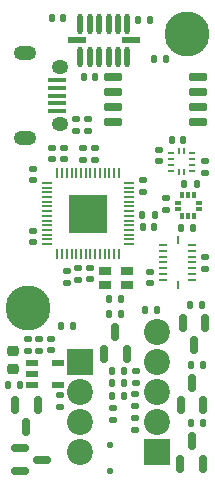
<source format=gbr>
%TF.GenerationSoftware,KiCad,Pcbnew,8.0.0*%
%TF.CreationDate,2024-10-09T20:58:18-07:00*%
%TF.ProjectId,LEO,4c454f2e-6b69-4636-9164-5f7063625858,rev?*%
%TF.SameCoordinates,Original*%
%TF.FileFunction,Soldermask,Bot*%
%TF.FilePolarity,Negative*%
%FSLAX46Y46*%
G04 Gerber Fmt 4.6, Leading zero omitted, Abs format (unit mm)*
G04 Created by KiCad (PCBNEW 8.0.0) date 2024-10-09 20:58:18*
%MOMM*%
%LPD*%
G01*
G04 APERTURE LIST*
G04 Aperture macros list*
%AMRoundRect*
0 Rectangle with rounded corners*
0 $1 Rounding radius*
0 $2 $3 $4 $5 $6 $7 $8 $9 X,Y pos of 4 corners*
0 Add a 4 corners polygon primitive as box body*
4,1,4,$2,$3,$4,$5,$6,$7,$8,$9,$2,$3,0*
0 Add four circle primitives for the rounded corners*
1,1,$1+$1,$2,$3*
1,1,$1+$1,$4,$5*
1,1,$1+$1,$6,$7*
1,1,$1+$1,$8,$9*
0 Add four rect primitives between the rounded corners*
20,1,$1+$1,$2,$3,$4,$5,0*
20,1,$1+$1,$4,$5,$6,$7,0*
20,1,$1+$1,$6,$7,$8,$9,0*
20,1,$1+$1,$8,$9,$2,$3,0*%
G04 Aperture macros list end*
%ADD10R,2.200000X2.200000*%
%ADD11C,2.200000*%
%ADD12C,3.800000*%
%ADD13RoundRect,0.135000X0.185000X-0.135000X0.185000X0.135000X-0.185000X0.135000X-0.185000X-0.135000X0*%
%ADD14RoundRect,0.140000X-0.170000X0.140000X-0.170000X-0.140000X0.170000X-0.140000X0.170000X0.140000X0*%
%ADD15RoundRect,0.140000X0.170000X-0.140000X0.170000X0.140000X-0.170000X0.140000X-0.170000X-0.140000X0*%
%ADD16RoundRect,0.135000X-0.135000X-0.185000X0.135000X-0.185000X0.135000X0.185000X-0.135000X0.185000X0*%
%ADD17RoundRect,0.150000X0.150000X-0.587500X0.150000X0.587500X-0.150000X0.587500X-0.150000X-0.587500X0*%
%ADD18RoundRect,0.135000X0.135000X0.185000X-0.135000X0.185000X-0.135000X-0.185000X0.135000X-0.185000X0*%
%ADD19R,0.500000X0.300000*%
%ADD20R,0.300000X0.500000*%
%ADD21RoundRect,0.135000X-0.185000X0.135000X-0.185000X-0.135000X0.185000X-0.135000X0.185000X0.135000X0*%
%ADD22RoundRect,0.150000X0.650000X0.150000X-0.650000X0.150000X-0.650000X-0.150000X0.650000X-0.150000X0*%
%ADD23RoundRect,0.140000X-0.140000X-0.170000X0.140000X-0.170000X0.140000X0.170000X-0.140000X0.170000X0*%
%ADD24RoundRect,0.125000X-0.125000X0.125000X-0.125000X-0.125000X0.125000X-0.125000X0.125000X0.125000X0*%
%ADD25R,1.000000X0.800000*%
%ADD26RoundRect,0.050000X0.387500X0.050000X-0.387500X0.050000X-0.387500X-0.050000X0.387500X-0.050000X0*%
%ADD27RoundRect,0.050000X0.050000X0.387500X-0.050000X0.387500X-0.050000X-0.387500X0.050000X-0.387500X0*%
%ADD28R,3.200000X3.200000*%
%ADD29RoundRect,0.150000X-0.150000X0.587500X-0.150000X-0.587500X0.150000X-0.587500X0.150000X0.587500X0*%
%ADD30RoundRect,0.225000X-0.250000X0.225000X-0.250000X-0.225000X0.250000X-0.225000X0.250000X0.225000X0*%
%ADD31R,0.800000X0.250000*%
%ADD32R,0.250000X0.800000*%
%ADD33RoundRect,0.140000X0.140000X0.170000X-0.140000X0.170000X-0.140000X-0.170000X0.140000X-0.170000X0*%
%ADD34R,1.600000X0.400000*%
%ADD35O,1.400000X1.200000*%
%ADD36O,1.900000X1.200000*%
%ADD37O,0.450000X1.770000*%
%ADD38R,1.550000X0.600000*%
%ADD39R,1.000000X0.600000*%
%ADD40R,0.500000X0.280000*%
%ADD41R,0.280000X0.500000*%
%ADD42RoundRect,0.150000X-0.587500X-0.150000X0.587500X-0.150000X0.587500X0.150000X-0.587500X0.150000X0*%
G04 APERTURE END LIST*
D10*
%TO.C,J6*%
X13240600Y2356200D03*
D11*
X13240600Y4896200D03*
X13240600Y7436200D03*
X13240600Y9976200D03*
X13240600Y12516200D03*
%TD*%
D12*
%TO.C,H1*%
X15831400Y37763800D03*
%TD*%
D10*
%TO.C,J2*%
X6763600Y9950800D03*
D11*
X6763600Y7410800D03*
X6763600Y4870800D03*
X6763600Y2330800D03*
%TD*%
D12*
%TO.C,H2*%
X2369400Y14527100D03*
%TD*%
D13*
%TO.C,R18*%
X6458800Y29583000D03*
X6458800Y30603000D03*
%TD*%
D14*
%TO.C,C3*%
X4274400Y11929400D03*
X4274400Y10969400D03*
%TD*%
D15*
%TO.C,C18*%
X5417600Y27174400D03*
X5417600Y28134400D03*
%TD*%
D16*
%TO.C,R28*%
X12044800Y22422200D03*
X13064800Y22422200D03*
%TD*%
D17*
%TO.C,Q4*%
X10710800Y10664300D03*
X8810800Y10664300D03*
X9760800Y12539300D03*
%TD*%
D13*
%TO.C,R2*%
X2344000Y10914000D03*
X2344000Y11934000D03*
%TD*%
D18*
%TO.C,R13*%
X16620800Y25063800D03*
X15600800Y25063800D03*
%TD*%
%TO.C,R3*%
X6181400Y13075000D03*
X5161400Y13075000D03*
%TD*%
D15*
%TO.C,C24*%
X7043200Y27126200D03*
X7043200Y28086200D03*
%TD*%
%TO.C,C1*%
X17309593Y17879893D03*
X17309593Y18839893D03*
%TD*%
D17*
%TO.C,Q9*%
X17152200Y1391000D03*
X15252200Y1391000D03*
X16202200Y3266000D03*
%TD*%
D15*
%TO.C,C12*%
X17330000Y26031600D03*
X17330000Y26991600D03*
%TD*%
D19*
%TO.C,U3*%
X15063000Y22985000D03*
X15063000Y23485000D03*
D20*
X15433000Y24105000D03*
X15933000Y24105000D03*
X16433000Y24105000D03*
D19*
X16803000Y23485000D03*
X16803000Y22985000D03*
D20*
X16433000Y22365000D03*
X15933000Y22365000D03*
X15433000Y22365000D03*
%TD*%
D21*
%TO.C,R15*%
X7424000Y30552200D03*
X7424000Y29532200D03*
%TD*%
D22*
%TO.C,U9*%
X16713600Y34157000D03*
X16713600Y32887000D03*
X16713600Y31617000D03*
X16713600Y30347000D03*
X9513600Y30347000D03*
X9513600Y31617000D03*
X9513600Y32887000D03*
X9513600Y34157000D03*
%TD*%
D21*
%TO.C,R20*%
X11437200Y7260400D03*
X11437200Y6240400D03*
%TD*%
D13*
%TO.C,R16*%
X14028000Y22852000D03*
X14028000Y23872000D03*
%TD*%
D15*
%TO.C,C21*%
X4427000Y27151600D03*
X4427000Y28111600D03*
%TD*%
D13*
%TO.C,R1*%
X5620600Y16705200D03*
X5620600Y17725200D03*
%TD*%
D23*
%TO.C,C4*%
X15326000Y21355400D03*
X16286000Y21355400D03*
%TD*%
D24*
%TO.C,D1*%
X9329000Y2987200D03*
X9329000Y787200D03*
%TD*%
D21*
%TO.C,R24*%
X11462600Y9190800D03*
X11462600Y8170800D03*
%TD*%
D17*
%TO.C,Q5*%
X17172600Y6318600D03*
X15272600Y6318600D03*
X16222600Y8193600D03*
%TD*%
D16*
%TO.C,R17*%
X9479400Y9188800D03*
X10499400Y9188800D03*
%TD*%
D18*
%TO.C,R21*%
X10499400Y7106000D03*
X9479400Y7106000D03*
%TD*%
D14*
%TO.C,C23*%
X7573800Y17951800D03*
X7573800Y16991800D03*
%TD*%
D25*
%TO.C,X2*%
X10693400Y16529400D03*
X8893400Y16529400D03*
X8893400Y17729400D03*
X10693400Y17729400D03*
%TD*%
D14*
%TO.C,C17*%
X6611200Y17926400D03*
X6611200Y16966400D03*
%TD*%
%TO.C,C2*%
X12687500Y17596000D03*
X12687500Y16636000D03*
%TD*%
D15*
%TO.C,C16*%
X8008400Y27123600D03*
X8008400Y28083600D03*
%TD*%
D26*
%TO.C,U8*%
X10874300Y25161800D03*
X10874300Y24761800D03*
X10874300Y24361800D03*
X10874300Y23961800D03*
X10874300Y23561800D03*
X10874300Y23161800D03*
X10874300Y22761800D03*
X10874300Y22361800D03*
X10874300Y21961800D03*
X10874300Y21561800D03*
X10874300Y21161800D03*
X10874300Y20761800D03*
X10874300Y20361800D03*
X10874300Y19961800D03*
D27*
X10036800Y19124300D03*
X9636800Y19124300D03*
X9236800Y19124300D03*
X8836800Y19124300D03*
X8436800Y19124300D03*
X8036800Y19124300D03*
X7636800Y19124300D03*
X7236800Y19124300D03*
X6836800Y19124300D03*
X6436800Y19124300D03*
X6036800Y19124300D03*
X5636800Y19124300D03*
X5236800Y19124300D03*
X4836800Y19124300D03*
D26*
X3999300Y19961800D03*
X3999300Y20361800D03*
X3999300Y20761800D03*
X3999300Y21161800D03*
X3999300Y21561800D03*
X3999300Y21961800D03*
X3999300Y22361800D03*
X3999300Y22761800D03*
X3999300Y23161800D03*
X3999300Y23561800D03*
X3999300Y23961800D03*
X3999300Y24361800D03*
X3999300Y24761800D03*
X3999300Y25161800D03*
D27*
X4836800Y25999300D03*
X5236800Y25999300D03*
X5636800Y25999300D03*
X6036800Y25999300D03*
X6436800Y25999300D03*
X6836800Y25999300D03*
X7236800Y25999300D03*
X7636800Y25999300D03*
X8036800Y25999300D03*
X8436800Y25999300D03*
X8836800Y25999300D03*
X9236800Y25999300D03*
X9636800Y25999300D03*
X10036800Y25999300D03*
D28*
X7436800Y22561800D03*
%TD*%
D18*
%TO.C,R10*%
X17052600Y14802200D03*
X16032600Y14802200D03*
%TD*%
D29*
%TO.C,Q2*%
X15440200Y13299000D03*
X17340200Y13299000D03*
X16390200Y11424000D03*
%TD*%
D18*
%TO.C,R26*%
X13293400Y14421200D03*
X12273400Y14421200D03*
%TD*%
%TO.C,R27*%
X10245400Y14040200D03*
X9225400Y14040200D03*
%TD*%
D30*
%TO.C,C7*%
X1074000Y10916600D03*
X1074000Y9366600D03*
%TD*%
D18*
%TO.C,R25*%
X10499400Y8172800D03*
X9479400Y8172800D03*
%TD*%
D31*
%TO.C,U2*%
X16224300Y16914000D03*
X16224300Y17414000D03*
X16224300Y17914000D03*
X16224300Y18414000D03*
X16224300Y18914000D03*
X16224300Y19414000D03*
X16224300Y19914000D03*
D32*
X15024300Y20324000D03*
D31*
X13824300Y19914000D03*
X13824300Y19414000D03*
X13824300Y18914000D03*
X13824300Y18414000D03*
X13824300Y17914000D03*
X13824300Y17414000D03*
X13824300Y16914000D03*
D32*
X15024300Y16504000D03*
%TD*%
D16*
%TO.C,R12*%
X16134200Y4794600D03*
X17154200Y4794600D03*
%TD*%
D33*
%TO.C,C9*%
X15498600Y28797600D03*
X14538600Y28797600D03*
%TD*%
%TO.C,C13*%
X10190000Y15284800D03*
X9230000Y15284800D03*
%TD*%
D14*
%TO.C,C25*%
X12049600Y25366000D03*
X12049600Y24406000D03*
%TD*%
%TO.C,C19*%
X2801200Y21073400D03*
X2801200Y20113400D03*
%TD*%
D33*
%TO.C,C50*%
X5338600Y39084600D03*
X4378600Y39084600D03*
%TD*%
D14*
%TO.C,C8*%
X13418400Y27956800D03*
X13418400Y26996800D03*
%TD*%
D34*
%TO.C,J7*%
X4772900Y31231200D03*
X4772900Y31881200D03*
X4772900Y32531200D03*
X4772900Y33181200D03*
X4782900Y33831200D03*
D35*
X5022900Y34951200D03*
X5022900Y30111200D03*
D36*
X2122900Y28931200D03*
X2122900Y36131200D03*
%TD*%
D23*
%TO.C,C26*%
X12074800Y21406200D03*
X13034800Y21406200D03*
%TD*%
D37*
%TO.C,U5*%
X6770200Y38640400D03*
X7570200Y38640400D03*
X8370200Y38640400D03*
X9170200Y38640400D03*
X9970200Y38640400D03*
X10770200Y38640400D03*
D38*
X11070200Y37230400D03*
D37*
X10770200Y35820400D03*
X9970200Y35820400D03*
X9170200Y35820400D03*
X8370200Y35820400D03*
X7570200Y35820400D03*
X6770200Y35820400D03*
D38*
X6470200Y37230400D03*
%TD*%
D13*
%TO.C,R23*%
X9557600Y5046600D03*
X9557600Y6066600D03*
%TD*%
D23*
%TO.C,C32*%
X11693800Y38955000D03*
X12653800Y38955000D03*
%TD*%
D29*
%TO.C,Q3*%
X1267000Y6341700D03*
X3167000Y6341700D03*
X2217000Y4466700D03*
%TD*%
D21*
%TO.C,R22*%
X11411800Y5253800D03*
X11411800Y4233800D03*
%TD*%
D15*
%TO.C,C22*%
X2801200Y25396600D03*
X2801200Y26356600D03*
%TD*%
D39*
%TO.C,U6*%
X2666400Y8035600D03*
X2666400Y8985600D03*
X2666400Y9935600D03*
X4866400Y9935600D03*
X4866400Y8035600D03*
%TD*%
D40*
%TO.C,U4*%
X14468800Y26193400D03*
X14468800Y26693400D03*
X14468800Y27193400D03*
X14468800Y27693400D03*
D41*
X15098800Y27823400D03*
X15598800Y27823400D03*
D40*
X16228800Y27693400D03*
X16228800Y27193400D03*
X16228800Y26693400D03*
X16228800Y26193400D03*
D41*
X15598800Y26063400D03*
X15098800Y26063400D03*
%TD*%
D33*
%TO.C,C6*%
X1655600Y8045800D03*
X695600Y8045800D03*
%TD*%
%TO.C,C27*%
X8031000Y34131600D03*
X7071000Y34131600D03*
%TD*%
D16*
%TO.C,R11*%
X16159600Y9696800D03*
X17179600Y9696800D03*
%TD*%
D42*
%TO.C,Q1*%
X1635100Y771200D03*
X1635100Y2671200D03*
X3510100Y1721200D03*
%TD*%
D18*
%TO.C,R14*%
X14004600Y35655600D03*
X12984600Y35655600D03*
%TD*%
D14*
%TO.C,C5*%
X5061800Y7179600D03*
X5061800Y6219600D03*
%TD*%
D21*
%TO.C,R4*%
X3309200Y11934000D03*
X3309200Y10914000D03*
%TD*%
M02*

</source>
